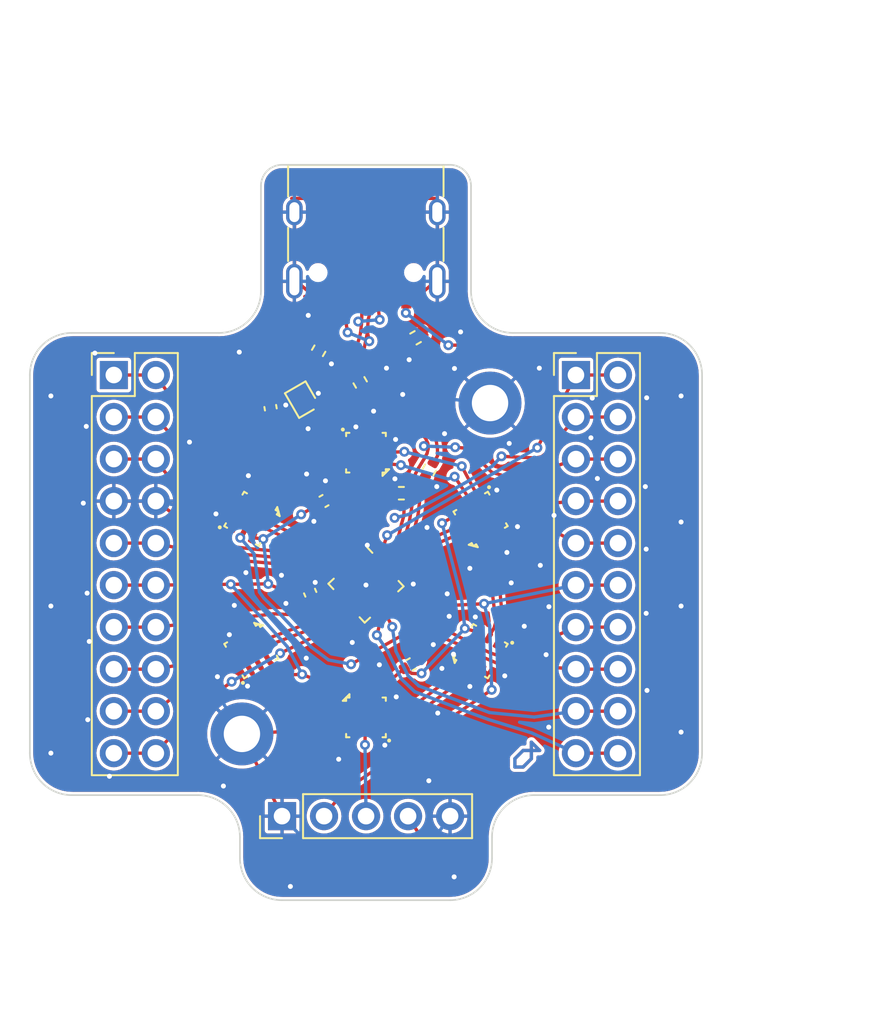
<source format=kicad_pcb>
(kicad_pcb (version 20211014) (generator pcbnew)
  (layers (0 "F.Cu" signal) (31 "B.Cu" signal) (34 "B.Paste" user) (35 "F.Paste" user) (36 "B.SilkS" user "B.Silkscreen") (37 "F.SilkS" user "F.Silkscreen") (38 "B.Mask" user) (39 "F.Mask" user) (44 "Edge.Cuts" user))
  (net 0 "")
  (net 1 "VCC")
  (net 2 "GND")
  (net 3 "PD7NRST")
  (net 4 "PA1")
  (net 5 "PA2")
  (net 6 "PD0")
  (net 7 "PC0")
  (net 8 "PC1")
  (net 9 "PC2")
  (net 10 "PC3")
  (net 11 "SWIO")
  (net 12 "PC4")
  (net 13 "PC5")
  (net 14 "PC6")
  (net 15 "PC7")
  (net 16 "PD2")
  (net 17 "PD6")
  (net 18 "Net-(D1-Pad4)")
  (net 19 "Net-(D1-Pad5)")
  (net 20 "Net-(D2-Pad4)")
  (net 21 "Net-(D2-Pad5)")
  (net 22 "Net-(D3-Pad4)")
  (net 23 "Net-(D3-Pad5)")
  (net 24 "Net-(D4-Pad4)")
  (net 25 "Net-(D4-Pad5)")
  (net 26 "Net-(D5-Pad4)")
  (net 27 "Net-(D5-Pad5)")
  (net 30 "D+")
  (net 31 "D-")
  (net 32 "DPU")
  (net 33 "Net-(J4-PadA7)")
  (net 34 "Net-(J4-PadA6)")
  (net 35 "Net-(J4-PadB5)")
  (net 36 "Net-(J4-PadA5)")
  (net 39 "+5V")
  (footprint "WS2816-2121:WS2816-2121" (layer "F.Cu") (at 93.071804 96.000012 60)
    (fp_text reference "D1" hide)
    (fp_text value "WS2816C-2121" hide)
  )
  (footprint "Resistor_SMD:R_0402_1005Metric" (layer "F.Cu") (at 103.825 93.038327 -120)
    (fp_text reference "R2")
    (fp_text value "NP" hide)
  )
  (footprint "MountingHole:MountingHole_2.2mm_M2_DIN965_Pad" (layer "F.Cu") (at 92.5 109)
    (fp_text reference "J6" hide)
    (fp_text value "HOLE" hide)
  )
  (footprint "Capacitor_SMD:C_0402_1005Metric" (layer "F.Cu") (at 97.46 94.92 30)
    (fp_text reference "C3" hide)
    (fp_text value "1u")
  )
  (footprint "Resistor_SMD:R_0402_1005Metric" (layer "F.Cu") (at 99.65 87.75 -60)
    (fp_text reference "R1" hide)
    (fp_text value "NP")
  )
  (footprint "Resistor_SMD:R_0402_1005Metric" (layer "F.Cu") (at 102.14 94.45 180)
    (fp_text reference "R5")
    (fp_text value "NP" hide)
  )
  (footprint "Connector_PinHeader_2.54mm:PinHeader_2x10_P2.54mm_Vertical" (layer "F.Cu") (at 84.755 87.305)
    (fp_text reference "J1" hide)
    (fp_text value "~")
  )
  (footprint "WS2816-2121:WS2816-2121" (layer "F.Cu") (at 100.000003 108.000006 180)
    (fp_text reference "D5" hide)
    (fp_text value "WS2816C-2121" hide)
  )
  (footprint "Connector_PinHeader_2.54mm:PinHeader_1x05_P2.54mm_Vertical" (layer "F.Cu") (at 94.925 113.97 90)
    (fp_text reference "J2" hide)
    (fp_text value "PGM" hide)
  )
  (footprint "Capacitor_SMD:C_0402_1005Metric" (layer "F.Cu") (at 94.23 89.28 -80)
    (fp_text reference "C4")
    (fp_text value "1u" hide)
  )
  (footprint "Package_DFN_QFN:QFN-20-1EP_3x3mm_P0.4mm_EP1.65x1.65mm" (layer "F.Cu") (at 100 100 -47)
    (fp_text reference "U1")
    (fp_text value "CH32V003F4U6" hide)
  )
  (footprint "Capacitor_SMD:C_0402_1005Metric" (layer "F.Cu") (at 96.627551 100.461842 113)
    (fp_text reference "C1" hide)
    (fp_text value "1u" hide)
  )
  (footprint "MountingHole:MountingHole_2.2mm_M2_DIN965_Pad" (layer "F.Cu") (at 107.5 89)
    (fp_text reference "J5" hide)
    (fp_text value "HOLE" hide)
  )
  (footprint "WS2816-2121:WS2816-2121" (layer "F.Cu") (at 100.000007 92.000012)
    (fp_text reference "D2" hide)
    (fp_text value "WS2816C-2121" hide)
  )
  (footprint "WS2816-2121:WS2816-2121" (layer "F.Cu") (at 106.928203 96 -60)
    (fp_text reference "D3" hide)
    (fp_text value "WS2816C-2121" hide)
  )
  (footprint "Capacitor_SMD:C_0402_1005Metric" (layer "F.Cu") (at 102.734308 104.79 30)
    (fp_text reference "C2")
    (fp_text value "1u" hide)
  )
  (footprint "Package_DFN_QFN:OnSemi_XDFN4-1EP_1.0x1.0mm_EP0.52x0.52mm" (layer "F.Cu") (at 96.152243 88.793013 -150)
    (fp_text reference "U2")
    (fp_text value "3.3vReg" hide)
  )
  (footprint "Resistor_SMD:R_0402_1005Metric" (layer "F.Cu") (at 97.14 85.84 -120)
    (fp_text reference "R3")
    (fp_text value "5.1k" hide)
  )
  (footprint "Connector_USB:USB_C_Receptacle_HRO_TYPE-C-31-M-12" (layer "F.Cu") (at 99.99 78.51 180)
    (fp_text reference "J4" hide)
    (fp_text value "USB_C_Receptacle_USB2.0" hide)
  )
  (footprint "Resistor_SMD:R_0402_1005Metric" (layer "F.Cu") (at 102.998327 85.055 30)
    (fp_text reference "R4")
    (fp_text value "5.1k" hide)
  )
  (footprint "Connector_PinHeader_2.54mm:PinHeader_2x10_P2.54mm_Vertical" (layer "F.Cu") (at 112.695 87.305)
    (fp_text reference "J3" hide)
    (fp_text value "~")
  )
  (footprint "WS2816-2121:WS2816-2121" (layer "F.Cu") (at 106.928202 103.999997 -120)
    (fp_text reference "D4" hide)
    (fp_text value "WS2816C-2121" hide)
  )
  (footprint "WS2816-2121:WS2816-2121" (layer "F.Cu") (at 93.071797 104 120)
    (fp_text reference "D6" hide)
    (fp_text value "WS2816C-2121" hide)
  )
  (gr_line (start 109 111) (end 109 110.5) (layer "F.Cu") (width 0.2))
  (gr_line (start 110 109.5) (end 110 110.5) (layer "F.Cu") (width 0.2))
  (gr_line (start 110.5 110) (end 110 109.5) (layer "F.Cu") (width 0.2))
  (gr_line (start 109 110.5) (end 109.5 110) (layer "F.Cu") (width 0.2))
  (gr_line (start 109.5 110) (end 110.5 110) (layer "F.Cu") (width 0.2))
  (gr_line (start 109.5 111) (end 109 111) (layer "F.Cu") (width 0.2))
  (gr_line (start 109.5 111) (end 110 110.5) (layer "F.Cu") (width 0.2))
  (gr_line (start 110 110.5) (end 109.5 111) (layer "B.Cu") (width 0.2))
  (gr_line (start 109 110.5) (end 109.5 110) (layer "B.Cu") (width 0.2))
  (gr_line (start 110.5 110) (end 110 109.5) (layer "B.Cu") (width 0.2))
  (gr_line (start 109 111) (end 109 110.5) (layer "B.Cu") (width 0.2))
  (gr_line (start 110 109.5) (end 110 110.5) (layer "B.Cu") (width 0.2))
  (gr_line (start 109.5 110) (end 110.5 110) (layer "B.Cu") (width 0.2))
  (gr_line (start 109.5 111) (end 109 111) (layer "B.Cu") (width 0.2))
  (gr_arc (start 117.78 84.76) (mid 119.576051 85.503949) (end 120.32 87.3) (layer "Edge.Cuts") (width 0.1))
  (gr_line (start 91.11 84.76) (end 82.22 84.76) (layer "Edge.Cuts") (width 0.1))
  (gr_arc (start 79.68 87.3) (mid 80.423949 85.503949) (end 82.22 84.76) (layer "Edge.Cuts") (width 0.1))
  (gr_line (start 105.08 74.6) (end 94.92 74.6) (layer "Edge.Cuts") (width 0.1))
  (gr_arc (start 105.08 74.6) (mid 105.978026 74.971974) (end 106.35 75.87) (layer "Edge.Cuts") (width 0.1))
  (gr_arc (start 108.89 84.76) (mid 107.093948 84.016051) (end 106.35 82.219999) (layer "Edge.Cuts") (width 0.1))
  (gr_line (start 92.38 115.24) (end 92.38 116.51) (layer "Edge.Cuts") (width 0.1))
  (gr_line (start 120.32 87.3) (end 120.32 110.16) (layer "Edge.Cuts") (width 0.1))
  (gr_arc (start 107.62 116.51) (mid 106.876051 118.306051) (end 105.08 119.05) (layer "Edge.Cuts") (width 0.1))
  (gr_arc (start 82.22 112.7) (mid 80.423949 111.956051) (end 79.68 110.16) (layer "Edge.Cuts") (width 0.1))
  (gr_line (start 89.84 112.7) (end 82.22 112.7) (layer "Edge.Cuts") (width 0.1))
  (gr_line (start 79.68 110.16) (end 79.68 87.3) (layer "Edge.Cuts") (width 0.1))
  (gr_line (start 106.35 82.219999) (end 106.35 75.87) (layer "Edge.Cuts") (width 0.1))
  (gr_arc (start 93.65 75.87) (mid 94.021974 74.971974) (end 94.92 74.6) (layer "Edge.Cuts") (width 0.1))
  (gr_line (start 117.78 84.76) (end 108.89 84.76) (layer "Edge.Cuts") (width 0.1))
  (gr_line (start 107.62 115.24) (end 107.62 116.51) (layer "Edge.Cuts") (width 0.1))
  (gr_line (start 105.08 119.05) (end 94.92 119.05) (layer "Edge.Cuts") (width 0.1))
  (gr_arc (start 93.650001 82.22) (mid 92.906052 84.016052) (end 91.11 84.76) (layer "Edge.Cuts") (width 0.1))
  (gr_arc (start 120.32 110.16) (mid 119.576051 111.956051) (end 117.78 112.7) (layer "Edge.Cuts") (width 0.1))
  (gr_arc (start 94.92 119.05) (mid 93.123949 118.306051) (end 92.38 116.51) (layer "Edge.Cuts") (width 0.1))
  (gr_line (start 93.65 75.87) (end 93.650001 82.22) (layer "Edge.Cuts") (width 0.1))
  (gr_arc (start 107.62 115.24) (mid 108.363949 113.443949) (end 110.16 112.7) (layer "Edge.Cuts") (width 0.1))
  (gr_line (start 110.16 112.7) (end 117.78 112.7) (layer "Edge.Cuts") (width 0.1))
  (gr_arc (start 89.84 112.7) (mid 91.636051 113.443949) (end 92.38 115.24) (layer "Edge.Cuts") (width 0.1))
  (segment (start 100.09 90.28) (end 100.14 90.75) (width 0.2) (layer "F.Cu") (net 1))
  (segment (start 99.97 90.09) (end 100.09 90.28) (width 0.2) (layer "F.Cu") (net 1))
  (segment (start 99.15 106.59) (end 100.15 107.23) (width 0.2) (layer "F.Cu") (net 1))
  (segment (start 95.55 105.42) (end 96.14 105.4) (width 0.2) (layer "F.Cu") (net 1))
  (segment (start 100.08 91.01) (end 100.03 91.8) (width 0.2) (layer "F.Cu") (net 1))
  (segment (start 96.82 93.73) (end 97.044308 95.16) (width 0.2) (layer "F.Cu") (net 1))
  (segment (start 100.94 106.23) (end 101.47 105.77) (width 0.2) (layer "F.Cu") (net 1))
  (segment (start 103.359286 105.339286) (end 103.31 105.37) (width 0.2) (layer "F.Cu") (net 1))
  (segment (start 97.2 100.75) (end 97.39 100.74) (width 0.2) (layer "F.Cu") (net 1))
  (segment (start 94.63 105) (end 95.55 105.42) (width 0.2) (layer "F.Cu") (net 1))
  (segment (start 95.74 100.67) (end 96.815102 100.903684) (width 0.2) (layer "F.Cu") (net 1))
  (segment (start 93.1449 97.133406) (end 93.79 97.22) (width 0.2) (layer "F.Cu") (net 1))
  (segment (start 105.977238 102.627238) (end 106.855106 102.866603) (width 0.2) (layer "F.Cu") (net 1))
  (segment (start 97.63 92.98) (end 97.05 93.29) (width 0.2) (layer "F.Cu") (net 1))
  (segment (start 96.082527 95.732527) (end 97.044308 95.16) (width 0.2) (layer "F.Cu") (net 1))
  (segment (start 94.089893 104.503394) (end 94.31 104.71) (width 0.2) (layer "F.Cu") (net 1))
  (segment (start 104.6 96.26) (end 105.910107 95.496606) (width 0.2) (layer "F.Cu") (net 1))
  (segment (start 99.92 92.5) (end 99.71 92.64) (width 0.2) (layer "F.Cu") (net 1))
  (segment (start 96.815102 100.903684) (end 97.2 100.75) (width 0.2) (layer "F.Cu") (net 1))
  (segment (start 94.09 99.93) (end 95.74 100.67) (width 0.2) (layer "F.Cu") (net 1))
  (segment (start 100.57 107.34) (end 100.945003 107.370006) (width 0.2) (layer "F.Cu") (net 1))
  (segment (start 96.676201 89.050535) (end 99.3 89.73) (width 0.2) (layer "F.Cu") (net 1))
  (segment (start 97.69 100.83) (end 97.89 100.83) (width 0.2) (layer "F.Cu") (net 1))
  (segment (start 91.528296 99.958296) (end 94.09 99.93) (width 0.2) (layer "F.Cu") (net 1))
  (segment (start 96.14 105.4) (end 99.15 106.59) (width 0.2) (layer "F.Cu") (net 1))
  (segment (start 97.05 93.29) (end 96.82 93.73) (width 0.2) (layer "F.Cu") (net 1))
  (segment (start 91.825018 99.955018) (end 91.528296 99.958296) (width 0.2) (layer "F.Cu") (net 1))
  (segment (start 100.14 90.75) (end 100.08 91.01) (width 0.2) (layer "F.Cu") (net 1))
  (segment (start 101.47 105.77) (end 102.318616 105.03) (width 0.2) (layer "F.Cu") (net 1))
  (segment (start 99.94 109.66) (end 99.96 108.42) (width 0.2) (layer "F.Cu") (net 1))
  (segment (start 100.03 91.8) (end 99.92 92.5) (width 0.2) (layer "F.Cu") (net 1))
  (segment (start 87.3 100.005) (end 91.528296 99.958296) (width 0.2) (layer "F.Cu") (net 1))
  (segment (start 102.76 105.34) (end 102.318616 105.03) (width 0.2) (layer "F.Cu") (net 1))
  (segment (start 99.055007 92.630012) (end 97.63 92.98) (width 0.2) (layer "F.Cu") (net 1))
  (segment (start 100.387736 107.292264) (end 100.94 106.23) (width 0.2) (layer "F.Cu") (net 1))
  (segment (start 94.31 104.71) (end 94.63 105) (width 0.2) (layer "F.Cu") (net 1))
  (segment (start 99.71 92.64) (end 99.055007 92.630012) (width 0.2) (layer "F.Cu") (net 1))
  (segment (start 100.316415 107.273585) (end 100.387736 107.292264) (width 0.2) (layer "F.Cu") (net 1))
  (segment (start 100.15 107.23) (end 100.316415 107.273585) (width 0.2) (layer "F.Cu") (net 1))
  (segment (start 103.31 105.37) (end 102.76 105.34) (width 0.2) (layer "F.Cu") (net 1))
  (segment (start 97.54 100.82) (end 97.69 100.83) (width 0.2) (layer "F.Cu") (net 1))
  (segment (start 100.387736 107.292264) (end 100.57 107.34) (width 0.2) (layer "F.Cu") (net 1))
  (segment (start 84.755 100.005) (end 87.295 100.005) (width 0.2) (layer "F.Cu") (net 1))
  (segment (start 97.89 100.83) (end 98.393938 100.403815) (width 0.2) (layer "F.Cu") (net 1))
  (segment (start 99.3 89.73) (end 99.97 90.09) (width 0.2) (layer "F.Cu") (net 1))
  (segment (start 100.2 107.6) (end 100.316415 107.273585) (width 0.2) (layer "F.Cu") (net 1))
  (segment (start 97.39 100.74) (end 97.54 100.82) (width 0.2) (layer "F.Cu") (net 1))
  (segment (start 99.96 108.42) (end 100.2 107.6) (width 0.2) (layer "F.Cu") (net 1))
  (via (at 103.359286 105.339286) (size 0.6) (drill 0.3) (layers "F.Cu" "B.Cu") (net 1))
  (via (at 96.082527 95.732527) (size 0.6) (drill 0.3) (layers "F.Cu" "B.Cu") (net 1))
  (via (at 104.6 96.26) (size 0.6) (drill 0.3) (layers "F.Cu" "B.Cu") (net 1))
  (via (at 99.94 109.66) (size 0.6) (drill 0.3) (layers "F.Cu" "B.Cu") (net 1))
  (via (at 94.09 99.93) (size 0.6) (drill 0.3) (layers "F.Cu" "B.Cu") (net 1))
  (via (at 105.977238 102.627238) (size 0.6) (drill 0.3) (layers "F.Cu" "B.Cu") (net 1))
  (via (at 96.14 105.4) (size 0.6) (drill 0.3) (layers "F.Cu" "B.Cu") (net 1))
  (via (at 91.825018 99.955018) (size 0.6) (drill 0.3) (layers "F.Cu" "B.Cu") (net 1))
  (via (at 93.79 97.22) (size 0.6) (drill 0.3) (layers "F.Cu" "B.Cu") (net 1))
  (segment (start 93.79 97.22) (end 94.09 99.93) (width 0.2) (layer "B.Cu") (net 1))
  (segment (start 93.79 97.22) (end 96.082527 95.732527) (width 0.2) (layer "B.Cu") (net 1))
  (segment (start 93.84 102.15) (end 95.23 103.71) (width 0.2) (layer "B.Cu") (net 1))
  (segment (start 105.78 100.81) (end 104.6 96.26) (width 0.2) (layer "B.Cu") (net 1))
  (segment (start 91.825018 99.955018) (end 93.84 102.15) (width 0.2) (layer "B.Cu") (net 1))
  (segment (start 103.359286 105.339286) (end 105.977238 102.627238) (width 0.2) (layer "B.Cu") (net 1))
  (segment (start 100.005 113.97) (end 99.94 109.66) (width 0.2) (layer "B.Cu") (net 1))
  (segment (start 95.23 103.71) (end 96.14 105.4) (width 0.2) (layer "B.Cu") (net 1))
  (segment (start 105.977238 102.627238) (end 105.78 100.81) (width 0.2) (layer "B.Cu") (net 1))
  (segment (start 89.77 96.74) (end 87.3 94.925) (width 0.2) (layer "F.Cu") (net 2))
  (segment (start 103.25 83.69) (end 103.44 84.8) (width 0.2) (layer "F.Cu") (net 2))
  (segment (start 99.055003 108.630006) (end 92.5 109) (width 0.2) (layer "F.Cu") (net 2))
  (segment (start 92.22 98.11) (end 91.35 97.95) (width 0.2) (layer "F.Cu") (net 2))
  (segment (start 98.718561 99.212336) (end 99.11 99.61) (width 0.2) (layer "F.Cu") (net 2))
  (segment (start 103.15 104.55) (end 104.07 103.6) (width 0.2) (layer "F.Cu") (net 2))
  (segment (start 99.11 99.61) (end 100 100) (width 0.2) (layer "F.Cu") (net 2))
  (segment (start 97.55 93.7) (end 97.875692 94.68) (width 0.2) (layer "F.Cu") (net 2))
  (segment (start 107.001298 105.133391) (end 106.28 106.13) (width 0.2) (layer "F.Cu") (net 2))
  (segment (start 95.68 81.54) (end 96.75 82.455) (width 0.2) (layer "F.Cu") (net 2))
  (segment (start 98.718561 99.212336) (end 98.36 98.83) (width 0.2) (layer "F.Cu") (net 2))
  (segment (start 102.61 86.38) (end 103.4 86.07) (width 0.2) (layer "F.Cu") (net 2))
  (segment (start 92.89 93.39) (end 92.998708 94.866618) (width 0.2) (layer "F.Cu") (net 2))
  (segment (start 84.755 94.925) (end 87.295 94.925) (width 0.2) (layer "F.Cu") (net 2))
  (segment (start 96.5 90.55) (end 96.02 89.47) (width 0.2) (layer "F.Cu") (net 2))
  (segment (start 95.77 98.44) (end 92.22 98.11) (width 0.2) (layer "F.Cu") (net 2))
  (segment (start 98.13 98.68) (end 97.83 98.62) (width 0.2) (layer "F.Cu") (net 2))
  (segment (start 94.313351 89.752708) (end 96.113285 89.375535) (width 0.2) (layer "F.Cu") (net 2))
  (segment (start 90.66 97.57) (end 89.77 96.74) (width 0.2) (layer "F.Cu") (net 2))
  (segment (start 92.053701 103.496606) (end 91.74 103) (width 0.2) (layer "F.Cu") (net 2))
  (segment (start 90.93 95.7) (end 92.053708 96.503406) (width 0.2) (layer "F.Cu") (net 2))
  (segment (start 103.25 82.455) (end 103.25 83.69) (width 0.2) (layer "F.Cu") (net 2))
  (segment (start 91.35 97.95) (end 90.66 97.57) (width 0.2) (layer "F.Cu") (net 2))
  (segment (start 96.113285 89.375535) (end 96.152243 88.793013) (width 0.2) (layer "F.Cu") (net 2))
  (segment (start 104.15 76.63) (end 95.51 76.63) (width 0.2) (layer "F.Cu") (net 2))
  (segment (start 94.925 113.97) (end 92.5 109) (width 0.2) (layer "F.Cu") (net 2))
  (segment (start 97.83 98.62) (end 95.77 98.44) (width 0.2) (layer "F.Cu") (net 2))
  (segment (start 108.37 97.2) (end 108.52 98.03) (width 0.2) (layer "F.Cu") (net 2))
  (segment (start 105.29 104.18) (end 104.07 103.6) (width 0.2) (layer "F.Cu") (net 2))
  (segment (start 106.28 98.99) (end 102.86 99.94) (width 0.2) (layer "F.Cu") (net 2))
  (segment (start 95.68 77.36) (end 95.68 81.54) (width 0.2) (layer "F.Cu") (net 2))
  (segment (start 104.32 81.54) (end 104.32 77.36) (width 0.2) (layer "F.Cu") (net 2))
  (segment (start 103.4 86.07) (end 103.44 84.8) (width 0.2) (layer "F.Cu") (net 2))
  (segment (start 96.02 89.47) (end 96.113285 89.375535) (width 0.2) (layer "F.Cu") (net 2))
  (segment (start 100.945007 91.370012) (end 101.79 91.2) (width 0.2) (layer "F.Cu") (net 2))
  (segment (start 98.36 98.83) (end 98.13 98.68) (width 0.2) (layer "F.Cu") (net 2))
  (segment (start 107.946299 96.503394) (end 108.37 97.2) (width 0.2) (layer "F.Cu") (net 2))
  (segment (start 103.25 82.455) (end 104.32 81.54) (width 0.2) (layer "F.Cu") (net 2))
  (segment (start 96.44 100.02) (end 96.93 99.84) (width 0.2) (layer "F.Cu") (net 2))
  (via (at 95.16 101.11) (size 0.6) (drill 0.3) (layers "F.Cu" "B.Cu") (net 2))
  (via (at 100.08 97.59) (size 0.6) (drill 0.3) (layers "F.Cu" "B.Cu") (net 2))
  (via (at 89.33 91.36) (size 0.6) (drill 0.3) (layers "F.Cu" "B.Cu") (net 2))
  (via (at 106.28 98.99) (size 0.6) (drill 0.3) (layers "F.Cu" "B.Cu") (net 2))
  (via (at 104.75 90.85) (size 0.6) (drill 0.3) (layers "F.Cu" "B.Cu") (net 2))
  (via (at 105.33 117.64) (size 0.6) (drill 0.3) (layers "F.Cu" "B.Cu") (net 2))
  (via (at 110.54 98.81) (size 0.6) (drill 0.3) (layers "F.Cu" "B.Cu") (net 2))
  (via (at 116.94 97.83) (size 0.6) (drill 0.3) (layers "F.Cu" "B.Cu") (net 2))
  (via (at 101.14 109.68) (size 0.6) (drill 0.3) (layers "F.Cu" "B.Cu") (net 2))
  (via (at 99.39 90.44) (size 0.6) (drill 0.3) (layers "F.Cu" "B.Cu") (net 2))
  (via (at 92.34 85.92) (size 0.6) (drill 0.3) (layers "F.Cu" "B.Cu") (net 2))
  (via (at 101.75 93.58) (size 0.6) (drill 0.3) (layers "F.Cu" "B.Cu") (net 2))
  (via (at 80.95 88.57) (size 0.6) (drill 0.3) (layers "F.Cu" "B.Cu") (net 2))
  (via (at 116.97 88.68) (size 0.6) (drill 0.3) (layers "F.Cu" "B.Cu") (net 2))
  (via (at 96.51 83.7) (size 0.6) (drill 0.3) (layers "F.Cu" "B.Cu") (net 2))
  (via (at 119.05 101.27) (size 0.6) (drill 0.3) (layers "F.Cu" "B.Cu") (net 2))
  (via (at 101.24 86.89) (size 0.6) (drill 0.3) (layers "F.Cu" "B.Cu") (net 2))
  (via (at 101.83 106.76) (size 0.6) (drill 0.3) (layers "F.Cu" "B.Cu") (net 2))
  (via (at 95.15 89.12) (size 0.6) (drill 0.3) (layers "F.Cu" "B.Cu") (net 2))
  (via (at 116.94 101.71) (size 0.6) (drill 0.3) (layers "F.Cu" "B.Cu") (net 2))
  (via (at 90.93 95.7) (size 0.6) (drill 0.3) (layers "F.Cu" "B.Cu") (net 2))
  (via (at 111.05 108.59) (size 0.6) (drill 0.3) (layers "F.Cu" "B.Cu") (net 2))
  (via (at 111.37 95.79) (size 0.6) (drill 0.3) (layers "F.Cu" "B.Cu") (net 2))
  (via (at 119.05 96.19) (size 0.6) (drill 0.3) (layers "F.Cu" "B.Cu") (net 2))
  (via (at 83.27 103.41) (size 0.6) (drill 0.3) (layers "F.Cu" "B.Cu") (net 2))
  (via (at 119.05 88.57) (size 0.6) (drill 0.3) (layers "F.Cu" "B.Cu") (net 2))
  (via (at 113.68 88.7) (size 0.6) (drill 0.3) (layers "F.Cu" "B.Cu") (net 2))
  (via (at 91.018784 105.541216) (size 0.6) (drill 0.3) (layers "F.Cu" "B.Cu") (net 2))
  (via (at 116.89 94.05) (size 0.6) (drill 0.3) (layers "F.Cu" "B.Cu") (net 2))
  (via (at 92.04 101.23) (size 0.6) (drill 0.3) (layers "F.Cu" "B.Cu") (net 2))
  (via (at 104.91 100.53) (size 0.6) (drill 0.3) (layers "F.Cu" "B.Cu") (net 2))
  (via (at 109.16 96.47) (size 0.6) (drill 0.3) (layers "F.Cu" "B.Cu") (net 2))
  (via (at 116.99 106.37) (size 0.6) (drill 0.3) (layers "F.Cu" "B.Cu") (net 2))
  (via (at 83.09 90.41) (size 0.6) (drill 0.3) (layers "F.Cu" "B.Cu") (net 2))
  (via (at 102.86 99.94) (size 0.6) (drill 0.3) (layers "F.Cu" "B.Cu") (net 2))
  (via (at 119.05 108.89) (size 0.6) (drill 0.3) (layers "F.Cu" "B.Cu") (net 2))
  (via (at 96.85 96.15) (size 0.6) (drill 0.3) (layers "F.Cu" "B.Cu") (net 2))
  (via (at 101.79 91.2) (size 0.6) (drill 0.3) (layers "F.Cu" "B.Cu") (net 2))
  (via (at 82.91 95.05) (size 0.6) (drill 0.3) (layers "F.Cu" "B.Cu") (net 2))
  (via (at 113.99 93.56) (size 0.6) (drill 0.3) (layers "F.Cu" "B.Cu") (net 2))
  (via (at 96.41 93.29) (size 0.6) (drill 0.3) (layers "F.Cu" "B.Cu") (net 2))
  (via (at 96.39 104.42) (size 0.6) (drill 0.3) (layers "F.Cu" "B.Cu") (net 2))
  (via (at 98.35 110.53) (size 0.6) (drill 0.3) (layers "F.Cu" "B.Cu") (net 2))
  (via (at 111.06 101.31) (size 0.6) (drill 0.3) (layers "F.Cu" "B.Cu") (net 2))
  (via (at 104.07 103.6) (size 0.6) (drill 0.3) (layers "F.Cu" "B.Cu") (net 2))
  (via (at 103.69 96.52) (size 0.6) (drill 0.3) (layers "F.Cu" "B.Cu") (net 2))
  (via (at 105.03 101.89) (size 0.6) (drill 0.3) (layers "F.Cu" "B.Cu") (net 2))
  (via (at 80.95 110.16) (size 0.6) (drill 0.3) (layers "F.Cu" "B.Cu") (net 2))
  (via (at 105.35 86.91) (size 0.6) (drill 0.3) (layers "F.Cu" "B.Cu") (net 2))
  (via (at 104.34 107.74) (size 0.6) (drill 0.3) (layers "F.Cu" "B.Cu") (net 2))
  (via (at 103.8 111.83) (size 0.6) (drill 0.3) (layers "F.Cu" "B.Cu") (net 2))
  (via (at 110.48 86.89) (size 0.6) (drill 0.3) (layers "F.Cu" "B.Cu") (net 2))
  (via (at 83.18 108.14) (size 0.6) (drill 0.3) (layers "F.Cu" "B.Cu") (net 2))
  (via (at 113.6 91.1) (size 0.6) (drill 0.3) (layers "F.Cu" "B.Cu") (net 2))
  (via (at 102.61 86.38) (size 0.6) (drill 0.3) (layers "F.Cu" "B.Cu") (net 2))
  (via (at 83.61 85.98) (size 0.6) (drill 0.3) (layers "F.Cu" "B.Cu") (net 2))
  (via (at 105.29 104.18) (size 0.6) (drill 0.3) (layers "F.Cu" "B.Cu") (net 2))
  (via (at 104.28 94.05) (size 0.6) (drill 0.3) (layers "F.Cu" "B.Cu") (net 2))
  (via (at 96.5 90.55) (size 0.6) (drill 0.3) (layers "F.Cu" "B.Cu") (net 2))
  (via (at 95.43 118.22) (size 0.6) (drill 0.3) (layers "F.Cu" "B.Cu") (net 2))
  (via (at 110.89 104.21) (size 0.6) (drill 0.3) (layers "F.Cu" "B.Cu") (net 2))
  (via (at 108.52 98.03) (size 0.6) (drill 0.3) (layers "F.Cu" "B.Cu") (net 2))
  (via (at 108.78 99.87) (size 0.6) (drill 0.3) (layers "F.Cu" "B.Cu") (net 2))
  (via (at 106.28 106.13) (size 0.6) (drill 0.3) (layers "F.Cu" "B.Cu") (net 2))
  (via (at 108.66 91.44) (size 0.6) (drill 0.3) (layers "F.Cu" "B.Cu") (net 2))
  (via (at 102.22 88.48) (size 0.6) (drill 0.3) (layers "F.Cu" "B.Cu") (net 2))
  (via (at 92.84 106.11) (size 0.6) (drill 0.3) (layers "F.Cu" "B.Cu") (net 2))
  (via (at 100 100) (size 0.6) (drill 0.3) (layers "F.Cu" "B.Cu") (net 2))
  (via (at 94.89 99.41) (size 0.6) (drill 0.3) (layers "F.Cu" "B.Cu") (net 2))
  (via (at 107.91 94.26) (size 0.6) (drill 0.3) (layers "F.Cu" "B.Cu") (net 2))
  (via (at 83.14 100.49) (size 0.6) (drill 0.3) (layers "F.Cu" "B.Cu") (net 2))
  (via (at 84.49 111.56) (size 0.6) (drill 0.3) (layers "F.Cu" "B.Cu") (net 2))
  (via (at 109.57 102.49) (size 0.6) (drill 0.3) (layers "F.Cu" "B.Cu") (net 2))
  (via (at 97.55 93.7) (size 0.6) (drill 0.3) (layers "F.Cu" "B.Cu") (net 2))
  (via (at 99.17 103.47) (size 0.6) (drill 0.3) (layers "F.Cu" "B.Cu") (net 2))
  (via (at 108.39 105.49) (size 0.6) (drill 0.3) (layers "F.Cu" "B.Cu") (net 2))
  (via (at 100.46 89.49) (size 0.6) (drill 0.3) (layers "F.Cu" "B.Cu") (net 2))
  (via (at 91.38 112.15) (size 0.6) (drill 0.3) (layers "F.Cu" "B.Cu") (net 2))
  (via (at 97.91 86.63) (size 0.6) (drill 0.3) (layers "F.Cu" "B.Cu") (net 2))
  (via (at 92.89 93.39) (size 0.6) (drill 0.3) (layers "F.Cu" "B.Cu") (net 2))
  (via (at 96.93 99.84) (size 0.6) (drill 0.3) (layers "F.Cu" "B.Cu") (net 2))
  (via (at 106.61 101.93) (size 0.6) (drill 0.3) (layers "F.Cu" "B.Cu") (net 2))
  (via (at 91.74 103) (size 0.6) (drill 0.3) (layers "F.Cu" "B.Cu") (net 2))
  (via (at 105.72 84.7) (size 0.6) (drill 0.3) (layers "F.Cu" "B.Cu") (net 2))
  (via (at 92.74 99.25) (size 0.6) (drill 0.3) (layers "F.Cu" "B.Cu") (net 2))
  (via (at 80.95 101.27) (size 0.6) (drill 0.3) (layers "F.Cu" "B.Cu") (net 2))
  (via (at 97.12 88.41) (size 0.6) (drill 0.3) (layers "F.Cu" "B.Cu") (net 2))
  (via (at 100.81 104.82) (size 0.6) (drill 0.3) (layers "F.Cu" "B.Cu") (net 2))
  (via (at 104.59 105.04) (size 0.6) (drill 0.3) (layers "F.Cu" "B.Cu") (net 2))
  (segment (start 94.61 91.96) (end 97.19 91.01) (width 0.2) (layer "B.Cu") (net 2))
  (segment (start 108.52 98.03) (end 106.28 98.99) (width 0.2) (layer "B.Cu") (net 2))
  (segment (start 90.31 97.49) (end 90.93 95.7) (width 0.2) (layer "B.Cu") (net 2))
  (segment (start 96.93 99.84) (end 100 100) (width 0.2) (layer "B.Cu") (net 2))
  (segment (start 91.27 106.98) (end 92.5 109) (width 0.2) (layer "B.Cu") (net 2))
  (segment (start 101.59 100.79) (end 100 100) (width 0.2) (layer "B.Cu") (net 2))
  (segment (start 102.86 99.94) (end 100 100) (width 0.2) (layer "B.Cu") (net 2))
  (segment (start 96.68 115.82) (end 94.925 113.97) (width 0.2) (layer "B.Cu") (net 2))
  (segment (start 87.3 94.925) (end 90.93 95.7) (width 0.2) (layer "B.Cu") (net 2))
  (segment (start 103.25 101.16) (end 101.59 100.79) (width 0.2) (layer "B.Cu") (net 2))
  (segment (start 102.22 88.48) (end 102.61 86.38) (width 0.2) (layer "B.Cu") (net 2))
  (segment (start 100 100) (end 99.17 103.47) (width 0.2) (layer "B.Cu") (net 2))
  (segment (start 91.74 103) (end 90.83 104.46) (width 0.2) (layer "B.Cu") (net 2))
  (segment (start 105.085 113.97) (end 103.94 115.59) (width 0.2) (layer "B.Cu") (net 2))
  (segment (start 98.45 91.37) (end 98.86 92.61) (width 0.2) (layer "B.Cu") (net 2))
  (segment (start 104.07 103.6) (end 103.96 103.07) (width 0.2) (layer "B.Cu") (net 2))
  (segment (start 90.93 95.7) (end 92.89 93.39) (width 0.2) (layer "B.Cu") (net 2))
  (segment (start 106.28 106.13) (end 105.29 104.18) (width 0.2) (layer "B.Cu") (net 2))
  (segment (start 91.2 100.69) (end 90.31 97.49) (width 0.2) (layer "B.Cu") (net 2))
  (segment (start 101.79 91.2) (end 100.77 90.91) (width 0.2) (layer "B.Cu") (net 2))
  (segment (start 91.74 103) (end 91.2 100.69) (width 0.2) (layer "B.Cu") (net 2))
  (segment (start 100.5 90.29) (end 102.22 88.48) (width 0.2) (layer "B.Cu") (net 2))
  (segment (start 100.77 90.91) (end 100.5 90.29) (width 0.2) (layer "B.Cu") (net 2))
  (segment (start 103.96 103.07) (end 103.98 102.31) (width 0.2) (layer "B.Cu") (net 2))
  (segment (start 103.94 115.59) (end 96.68 115.82) (width 0.2) (layer "B.Cu") (net 2))
  (segment (start 97.19 91.01) (end 98.45 91.37) (width 0.2) (layer "B.Cu") (net 2))
  (segment (start 107.5 89) (end 102.22 88.48) (width 0.2) (layer "B.Cu") (net 2))
  (segment (start 98.86 92.61) (end 97.55 93.7) (width 0.2) (layer "B.Cu") (net 2))
  (segment (start 90.83 104.46) (end 91.018784 105.541216) (width 0.2) (layer "B.Cu") (net 2))
  (segment (start 92.89 93.39) (end 94.61 91.96) (width 0.2) (layer "B.Cu") (net 2))
  (segment (start 101.79 91.2) (end 98.86 92.61) (width 0.2) (layer "B.Cu") (net 2))
  (segment (start 91.018784 105.541216) (end 91.27 106.98) (width 0.2) (layer "B.Cu") (net 2))
  (segment (start 103.98 102.31) (end 103.25 101.16) (width 0.2) (layer "B.Cu") (net 2))
  (segment (start 95.49 96.85) (end 93.83 96.08) (width 0.2) (layer "F.Cu") (net 3))
  (segment (start 91.68 94.6) (end 90.83 92.57) (width 0.2) (layer "F.Cu") (net 3))
  (segment (start 87.295 87.305) (end 84.755 87.305) (width 0.2) (layer "F.Cu") (net 3))
  (segment (start 90.83 92.57) (end 87.3 87.305) (width 0.2) (layer "F.Cu") (net 3))
  (segment (start 99.596185 98.393938) (end 98.97 97.8) (width 0.2) (layer "F.Cu") (net 3))
  (segment (start 93.83 96.08) (end 92.22 95.17) (width 0.2) (layer "F.Cu") (net 3))
  (segment (start 97.57 97.38) (end 95.49 96.85) (width 0.2) (layer "F.Cu") (net 3))
  (segment (start 98.32 97.49) (end 97.57 97.38) (width 0.2) (layer "F.Cu") (net 3))
  (segment (start 98.97 97.8) (end 98.32 97.49) (width 0.2) (layer "F.Cu") (net 3))
  (segment (start 92.22 95.17) (end 91.68 94.6) (width 0.2) (layer "F.Cu") (net 3))
  (segment (start 96.12 97.44) (end 97.57 97.8) (width 0.2) (layer "F.Cu") (net 4))
  (segment (start 98.02 97.86) (end 98.46 97.96) (width 0.2) (layer "F.Cu") (net 4))
  (segment (start 98.8 98.15) (end 99.303644 98.666738) (width 0.2) (layer "F.Cu") (net 4))
  (segment (start 84.755 89.845) (end 87.295 89.845) (width 0.2) (layer "F.Cu") (net 4))
  (segment (start 91.79 95.44) (end 92.36 95.81) (width 0.2) (layer "F.Cu") (net 4))
  (segment (start 93.04 96.16) (end 95.15 97.15) (width 0.2) (layer "F.Cu") (net 4))
  (segment (start 98.46 97.96) (end 98.8 98.15) (width 0.2) (layer "F.Cu") (net 4))
  (segment (start 92.36 95.81) (end 93.04 96.16) (width 0.2) (layer "F.Cu") (net 4))
  (segment (start 90.05 93.12) (end 91.34 94.89) (width 0.2) (layer "F.Cu") (net 4))
  (segment (start 87.3 89.845) (end 90.05 93.12) (width 0.2) (layer "F.Cu") (net 4))
  (segment (start 91.34 94.89) (end 91.79 95.44) (width 0.2) (layer "F.Cu") (net 4))
  (segment (start 95.15 97.15) (end 96.12 97.44) (width 0.2) (layer "F.Cu") (net 4))
  (segment (start 97.57 97.8) (end 98.02 97.86) (width 0.2) (layer "F.Cu") (net 4))
  (segment (start 98.63 98.5) (end 98.41 98.36) (width 0.2) (layer "F.Cu") (net 5))
  (segment (start 90.25 96.57) (end 87.3 92.385) (width 0.2) (layer "F.Cu") (net 5))
  (segment (start 87.295 92.385) (end 84.755 92.385) (width 0.2) (layer "F.Cu") (net 5))
  (segment (start 93.01 97.81) (end 92.05 97.69) (width 0.2) (layer "F.Cu") (net 5))
  (segment (start 98.02 98.25) (end 93.01 97.81) (width 0.2) (layer "F.Cu") (net 5))
  (segment (start 99.011102 98.939537) (end 98.63 98.5) (width 0.2) (layer "F.Cu") (net 5))
  (segment (start 92.05 97.69) (end 91.11 97.37) (width 0.2) (layer "F.Cu") (net 5))
  (segment (start 91.11 97.37) (end 90.25 96.57) (width 0.2) (layer "F.Cu") (net 5))
  (segment (start 98.41 98.36) (end 98.02 98.25) (width 0.2) (layer "F.Cu") (net 5))
  (segment (start 94.23 98.68) (end 96.41 98.87) (width 0.2) (layer "F.Cu") (net 6))
  (segment (start 87.3 97.465) (end 91.11 98.34) (width 0.2) (layer "F.Cu") (net 6))
  (segment (start 91.11 98.34) (end 92.21 98.5) (width 0.2) (layer "F.Cu") (net 6))
  (segment (start 97.96 99.06) (end 98.13 99.16) (width 0.2) (layer "F.Cu") (net 6))
  (segment (start 87.295 97.465) (end 84.755 97.465) (width 0.2) (layer "F.Cu") (net 6))
  (segment (start 98.13 99.16) (end 98.426019 99.485136) (width 0.2) (layer "F.Cu") (net 6))
  (segment (start 97.5 98.97) (end 97.96 99.06) (width 0.2) (layer "F.Cu") (net 6))
  (segment (start 92.21 98.5) (end 94.23 98.68) (width 0.2) (layer "F.Cu") (net 6))
  (segment (start 96.41 98.87) (end 97.5 98.97) (width 0.2) (layer "F.Cu") (net 6))
  (segment (start 98.666738 100.696356) (end 98.13 101.16) (width 0.2) (layer "F.Cu") (net 7))
  (segment (start 96.39 101.83) (end 94.44 101.74) (width 0.2) (layer "F.Cu") (net 7))
  (segment (start 97.56 101.52) (end 96.39 101.83) (width 0.2) (layer "F.Cu") (net 7))
  (segment (start 98.13 101.16) (end 97.56 101.52) (width 0.2) (layer "F.Cu") (net 7))
  (segment (start 94.44 101.74) (end 87.3 102.545) (width 0.2) (layer "F.Cu") (net 7))
  (segment (start 87.295 102.545) (end 84.755 102.545) (width 0.2) (layer "F.Cu") (net 7))
  (segment (start 98.44 101.45) (end 98.939537 100.988898) (width 0.2) (layer "F.Cu") (net 8))
  (segment (start 93.42 103.48) (end 96.05 102.48) (width 0.2) (layer "F.Cu") (net 8))
  (segment (start 87.3 105.085) (end 91.53 104.3) (width 0.2) (layer "F.Cu") (net 8))
  (segment (start 96.05 102.48) (end 96.78 102.13) (width 0.2) (layer "F.Cu") (net 8))
  (segment (start 96.78 102.13) (end 97.85 101.81) (width 0.2) (layer "F.Cu") (net 8))
  (segment (start 91.53 104.3) (end 92.25 104.15) (width 0.2) (layer "F.Cu") (net 8))
  (segment (start 92.25 104.15) (end 93.42 103.48) (width 0.2) (layer "F.Cu") (net 8))
  (segment (start 84.755 105.085) (end 87.295 105.085) (width 0.2) (layer "F.Cu") (net 8))
  (segment (start 97.85 101.81) (end 98.44 101.45) (width 0.2) (layer "F.Cu") (net 8))
  (segment (start 90.89 104.83) (end 90.25 105.19) (width 0.2) (layer "F.Cu") (net 9))
  (segment (start 96.79 102.62) (end 94.46 103.51) (width 0.2) (layer "F.Cu") (net 9))
  (segment (start 92.38 104.5) (end 91.83 104.63) (width 0.2) (layer "F.Cu") (net 9))
  (segment (start 90.25 105.19) (end 87.3 107.625) (width 0.2) (layer "F.Cu") (net 9))
  (segment (start 93.68 103.81) (end 92.38 104.5) (width 0.2) (layer "F.Cu") (net 9))
  (segment (start 91.83 104.63) (end 90.89 104.83) (width 0.2) (layer "F.Cu") (net 9))
  (segment (start 94.46 103.51) (end 93.68 103.81) (width 0.2) (layer "F.Cu") (net 9))
  (segment (start 98.51 101.95) (end 97.85 102.26) (width 0.2) (layer "F.Cu") (net 9))
  (segment (start 97.85 102.26) (end 96.79 102.62) (width 0.2) (layer "F.Cu") (net 9))
  (segment (start 99.212336 101.281439) (end 98.51 101.95) (width 0.2) (layer "F.Cu") (net 9))
  (segment (start 87.295 107.625) (end 84.755 107.625) (width 0.2) (layer "F.Cu") (net 9))
  (segment (start 89.61 107.56) (end 91.88 105.84) (width 0.2) (layer "F.Cu") (net 10))
  (segment (start 98.8 102.26) (end 99.485136 101.573981) (width 0.2) (layer "F.Cu") (net 10))
  (segment (start 98.24 102.58) (end 98.8 102.26) (width 0.2) (layer "F.Cu") (net 10))
  (segment (start 94.808155 104.128155) (end 96.74 103.19) (width 0.2) (layer "F.Cu") (net 10))
  (segment (start 96.74 103.19) (end 97.45 102.85) (width 0.2) (layer "F.Cu") (net 10))
  (segment (start 97.45 102.85) (end 98.24 102.58) (width 0.2) (layer "F.Cu") (net 10))
  (segment (start 84.755 110.165) (end 87.295 110.165) (width 0.2) (layer "F.Cu") (net 10))
  (segment (start 87.3 110.165) (end 89.61 107.56) (width 0.2) (layer "F.Cu") (net 10))
  (via (at 91.88 105.84) (size 0.6) (drill 0.3) (layers "F.Cu" "B.Cu") (net 10))
  (via (at 94.808155 104.128155) (size 0.6) (drill 0.3) (layers "F.Cu" "B.Cu") (net 10))
  (segment (start 91.88 105.84) (end 94.808155 104.128155) (width 0.2) (layer "B.Cu") (net 10))
  (segment (start 107.6 106.33) (end 98.68 112.44) (width 0.2) (layer "F.Cu") (net 11))
  (segment (start 98.68 112.44) (end 97.465 113.97) (width 0.2) (layer "F.Cu") (net 11))
  (segment (start 102.32 101.12) (end 102.04 101.01) (width 0.2) (layer "F.Cu") (net 11))
  (segment (start 102.04 101.01) (end 101.573981 100.514864) (width 0.2) (layer "F.Cu") (net 11))
  (segment (start 107.14 101.13) (end 103.12 101.33) (width 0.2) (layer "F.Cu") (net 11))
  (segment (start 115.235 100.005) (end 112.695 100.005) (width 0.2) (layer "F.Cu") (net 11))
  (segment (start 103.12 101.33) (end 102.32 101.12) (width 0.2) (layer "F.Cu") (net 11))
  (via (at 107.6 106.33) (size 0.6) (drill 0.3) (layers "F.Cu" "B.Cu") (net 11))
  (via (at 107.14 101.13) (size 0.6) (drill 0.3) (layers "F.Cu" "B.Cu") (net 11))
  (segment (start 107.48 102.47) (end 107.14 101.13) (width 0.2) (layer "B.Cu") (net 11))
  (segment (start 107.14 101.13) (end 112.7 99.995) (width 0.2) (layer "B.Cu") (net 11))
  (segment (start 107.6 106.33) (end 107.48 102.47) (width 0.2) (layer "B.Cu") (net 11))
  (segment (start 100.403815 101.606062) (end 100.77 101.95) (width 0.2) (layer "F.Cu") (net 12))
  (segment (start 100.77 101.95) (end 100.86 102.24) (width 0.2) (layer "F.Cu") (net 12))
  (segment (start 112.695 110.165) (end 115.235 110.165) (width 0.2) (layer "F.Cu") (net 12))
  (segment (start 100.86 102.24) (end 100.66 103.03) (width 0.2) (layer "F.Cu") (net 12))
  (via (at 100.66 103.03) (size 0.6) (drill 0.3) (layers "F.Cu" "B.Cu") (net 12))
  (segment (start 107.41 108.13) (end 110.02 108.94) (width 0.2) (layer "B.Cu") (net 12))
  (segment (start 106.26 107.71) (end 107.41 108.13) (width 0.2) (layer "B.Cu") (net 12))
  (segment (start 102.14 105.68) (end 102.95 106.45) (width 0.2) (layer "B.Cu") (net 12))
  (segment (start 110.02 108.94) (end 112.7 110.155) (width 0.2) (layer "B.Cu") (net 12))
  (segment (start 101.32 104.03) (end 102.14 105.68) (width 0.2) (layer "B.Cu") (net 12))
  (segment (start 100.66 103.03) (end 101.32 104.03) (width 0.2) (layer "B.Cu") (net 12))
  (segment (start 102.95 106.45) (end 106.26 107.71) (width 0.2) (layer "B.Cu") (net 12))
  (segment (start 101.59 102.53) (end 101.29 101.93) (width 0.2) (layer "F.Cu") (net 13))
  (segment (start 115.235 107.625) (end 112.695 107.625) (width 0.2) (layer "F.Cu") (net 13))
  (segment (start 101.29 101.93) (end 100.696356 101.333262) (width 0.2) (layer "F.Cu") (net 13))
  (via (at 101.59 102.53) (size 0.6) (drill 0.3) (layers "F.Cu" "B.Cu") (net 13))
  (segment (start 112.7 107.615) (end 110.17 107.98) (width 0.2) (layer "B.Cu") (net 13))
  (segment (start 110.17 107.98) (end 107.47 107.71) (width 0.2) (layer "B.Cu") (net 13))
  (segment (start 107.47 107.71) (end 103.2 106.1) (width 0.2) (layer "B.Cu") (net 13))
  (segment (start 101.81 104) (end 101.59 102.53) (width 0.2) (layer "B.Cu") (net 13))
  (segment (start 102.55 105.49) (end 101.81 104) (width 0.2) (layer "B.Cu") (net 13))
  (segment (start 103.2 106.1) (end 102.55 105.49) (width 0.2) (layer "B.Cu") (net 13))
  (segment (start 103.083688 102.526312) (end 102.95 102.47) (width 0.2) (layer "F.Cu") (net 14))
  (segment (start 107.04 104.35) (end 106.06 103.78) (width 0.2) (layer "F.Cu") (net 14))
  (segment (start 103.083688 102.526312) (end 99.1 104.79) (width 0.2) (layer "F.Cu") (net 14))
  (segment (start 101.9 101.93) (end 101.52 101.64) (width 0.2) (layer "F.Cu") (net 14))
  (segment (start 115.235 105.085) (end 112.695 105.085) (width 0.2) (layer "F.Cu") (net 14))
  (segment (start 101.52 101.64) (end 100.988898 101.060463) (width 0.2) (layer "F.Cu") (net 14))
  (segment (start 106.06 103.78) (end 103.083688 102.526312) (width 0.2) (layer "F.Cu") (net 14))
  (segment (start 112.7 105.075) (end 108.03 104.77) (width 0.2) (layer "F.Cu") (net 14))
  (segment (start 108.03 104.77) (end 107.04 104.35) (width 0.2) (layer "F.Cu") (net 14))
  (segment (start 102.95 102.47) (end 101.9 101.93) (width 0.2) (layer "F.Cu") (net 14))
  (segment (start 92.599304 96.818406) (end 92.4 97.14) (width 0.2) (layer "F.Cu") (net 14))
  (via (at 92.4 97.14) (size 0.6) (drill 0.3) (layers "F.Cu" "B.Cu") (net 14))
  (via (at 99.1 104.79) (size 0.6) (drill 0.3) (layers "F.Cu" "B.Cu") (net 14))
  (segment (start 99.1 104.79) (end 97.74 104.53) (width 0.2) (layer "B.Cu") (net 14))
  (segment (start 97.74 104.53) (end 96.69 103.75) (width 0.2) (layer "B.Cu") (net 14))
  (segment (start 93.23 98.11) (end 92.4 97.14) (width 0.2) (layer "B.Cu") (net 14))
  (segment (start 93.56 100.43) (end 93.23 98.11) (width 0.2) (layer "B.Cu") (net 14))
  (segment (start 93.83 100.8) (end 93.56 100.43) (width 0.2) (layer "B.Cu") (net 14))
  (segment (start 94.78 101.73) (end 93.83 100.8) (width 0.2) (layer "B.Cu") (net 14))
  (segment (start 96.69 103.75) (end 94.78 101.73) (width 0.2) (layer "B.Cu") (net 14))
  (segment (start 103.5 102.01) (end 107.05 103.88) (width 0.2) (layer "F.Cu") (net 15))
  (segment (start 108.69 104.3) (end 112.7 102.535) (width 0.2) (layer "F.Cu") (net 15))
  (segment (start 107.05 103.88) (end 107.53 104.11) (width 0.2) (layer "F.Cu") (net 15))
  (segment (start 112.695 102.545) (end 115.235 102.545) (width 0.2) (layer "F.Cu") (net 15))
  (segment (start 102.89 101.83) (end 103.5 102.01) (width 0.2) (layer "F.Cu") (net 15))
  (segment (start 101.281439 100.787664) (end 101.77 101.32) (width 0.2) (layer "F.Cu") (net 15))
  (segment (start 101.77 101.32) (end 102.08 101.57) (width 0.2) (layer "F.Cu") (net 15))
  (segment (start 108.18 104.32) (end 108.69 104.3) (width 0.2) (layer "F.Cu") (net 15))
  (segment (start 107.53 104.11) (end 108.18 104.32) (width 0.2) (layer "F.Cu") (net 15))
  (segment (start 102.08 101.57) (end 102.89 101.83) (width 0.2) (layer "F.Cu") (net 15))
  (segment (start 109.49 95.72) (end 112.7 97.455) (width 0.2) (layer "F.Cu") (net 16))
  (segment (start 107.93 95.77) (end 108.54 95.63) (width 0.2) (layer "F.Cu") (net 16))
  (segment (start 108.54 95.63) (end 109.49 95.72) (width 0.2) (layer "F.Cu") (net 16))
  (segment (start 101.606062 99.596185) (end 102.86 98.38) (width 0.2) (layer "F.Cu") (net 16))
  (segment (start 104.16 97.55) (end 105.74 96.87) (width 0.2) (layer "F.Cu") (net 16))
  (segment (start 105.74 96.87) (end 106.64 96.44) (width 0.2) (layer "F.Cu") (net 16))
  (segment (start 106.64 96.44) (end 107.93 95.77) (width 0.2) (layer "F.Cu") (net 16))
  (segment (start 102.86 98.38) (end 104.16 97.55) (width 0.2) (layer "F.Cu") (net 16))
  (segment (start 112.695 97.465) (end 115.235 97.465) (width 0.2) (layer "F.Cu") (net 16))
  (segment (start 112.695 87.305) (end 115.235 87.305) (width 0.2) (layer "F.Cu") (net 17))
  (segment (start 100.99 97.86) (end 100.84 98.09) (width 0.2) (layer "F.Cu") (net 17))
  (segment (start 110.36 91.7) (end 112.7 87.295) (width 0.2) (layer "F.Cu") (net 17))
  (segment (start 101.28 96.99) (end 100.99 97.86) (width 0.2) (layer "F.Cu") (net 17))
  (segment (start 100.84 98.09) (end 100.514864 98.426019) (width 0.2) (layer "F.Cu") (net 17))
  (via (at 101.28 96.99) (size 0.6) (drill 0.3) (layers "F.Cu" "B.Cu") (net 17))
  (via (at 110.36 91.7) (size 0.6) (drill 0.3) (layers "F.Cu" "B.Cu") (net 17))
  (segment (start 101.28 96.99) (end 110.36 91.7) (width 0.2) (layer "B.Cu") (net 17))
  (segment (start 97.02 92.23) (end 96.31 92.6) (width 0.2) (layer "F.Cu") (net 18))
  (segment (start 95.1 93.61) (end 94.48 94.53) (width 0.2) (layer "F.Cu") (net 18))
  (segment (start 94.31 95.03) (end 94.0899 95.496618) (width 0.2) (layer "F.Cu") (net 18))
  (segment (start 99.055007 92.000012) (end 98.25 92.04) (width 0.2) (layer "F.Cu") (net 18))
  (segment (start 94.48 94.53) (end 94.31 95.03) (width 0.2) (layer "F.Cu") (net 18))
  (segment (start 97.472708 92.082708) (end 97.02 92.23) (width 0.2) (layer "F.Cu") (net 18))
  (segment (start 96.31 92.6) (end 95.1 93.61) (width 0.2) (layer "F.Cu") (net 18))
  (segment (start 98.25 92.04) (end 97.472708 92.082708) (width 0.2) (layer "F.Cu") (net 18))
  (segment (start 93.544304 95.181618) (end 94.32 93.87) (width 0.2) (layer "F.Cu") (net 19))
  (segment (start 98.59 91.37) (end 99.055007 91.370012) (width 0.2) (layer "F.Cu") (net 19))
  (segment (start 97.7 91.47) (end 98.59 91.37) (width 0.2) (layer "F.Cu") (net 19))
  (segment (start 96.11 92.24) (end 97.7 91.47) (width 0.2) (layer "F.Cu") (net 19))
  (segment (start 94.32 93.87) (end 94.89 93.26) (width 0.2) (layer "F.Cu") (net 19))
  (segment (start 94.89 93.26) (end 96.11 92.24) (width 0.2) (layer "F.Cu") (net 19))
  (segment (start 105.36 93.45) (end 106.1 94.57) (width 0.2) (layer "F.Cu") (net 20))
  (segment (start 106.1 94.57) (end 106.455703 95.181606) (width 0.2) (layer "F.Cu") (net 20))
  (segment (start 100.945007 92.630012) (end 102.11 92.75) (width 0.2) (layer "F.Cu") (net 20))
  (via (at 105.36 93.45) (size 0.6) (drill 0.3) (layers "F.Cu" "B.Cu") (net 20))
  (via (at 102.11 92.75) (size 0.6) (drill 0.3) (layers "F.Cu" "B.Cu") (net 20))
  (segment (start 105.36 93.45) (end 104.96 93.59) (width 0.2) (layer "B.Cu") (net 20))
  (segment (start 104.96 93.59) (end 102.11 92.75) (width 0.2) (layer "B.Cu") (net 20))
  (segment (start 102.32 91.94) (end 100.945007 92.000012) (width 0.2) (layer "F.Cu") (net 21))
  (segment (start 106.54 94.23) (end 107.001299 94.866606) (width 0.2) (layer "F.Cu") (net 21))
  (segment (start 105.79 92.82) (end 106.54 94.23) (width 0.2) (layer "F.Cu") (net 21))
  (via (at 102.32 91.94) (size 0.6) (drill 0.3) (layers "F.Cu" "B.Cu") (net 21))
  (via (at 105.79 92.82) (size 0.6) (drill 0.3) (layers "F.Cu" "B.Cu") (net 21))
  (segment (start 105.79 92.82) (end 102.32 91.94) (width 0.2) (layer "B.Cu") (net 21))
  (segment (start 107.22 97.63) (end 106.855107 97.133394) (width 0.2) (layer "F.Cu") (net 22))
  (segment (start 107.37 98.19) (end 107.22 97.63) (width 0.2) (layer "F.Cu") (net 22))
  (segment (start 107.85 102.23) (end 107.37 98.19) (width 0.2) (layer "F.Cu") (net 22))
  (segment (start 107.400702 103.181603) (end 107.75 102.58) (width 0.2) (layer "F.Cu") (net 22))
  (segment (start 107.75 102.58) (end 107.85 102.23) (width 0.2) (layer "F.Cu") (net 22))
  (segment (start 107.400703 96.818394) (end 107.76 97.44) (width 0.2) (layer "F.Cu") (net 23))
  (segment (start 107.87 97.86) (end 108.28 102.36) (width 0.2) (layer "F.Cu") (net 23))
  (segment (start 108.26 102.68) (end 108.22 103) (width 0.2) (layer "F.Cu") (net 23))
  (segment (start 108.28 102.36) (end 108.26 102.68) (width 0.2) (layer "F.Cu") (net 23))
  (segment (start 108.22 103) (end 107.946298 103.496603) (width 0.2) (layer "F.Cu") (net 23))
  (segment (start 107.76 97.44) (end 107.87 97.86) (width 0.2) (layer "F.Cu") (net 23))
  (segment (start 101.77 108) (end 101.4 108) (width 0.2) (layer "F.Cu") (net 24))
  (segment (start 101.4 108) (end 100.945003 108.000006) (width 0.2) (layer "F.Cu") (net 24))
  (segment (start 105.63 105.07) (end 105.43 105.36) (width 0.2) (layer "F.Cu") (net 24))
  (segment (start 105.43 105.36) (end 103.3 106.99) (width 0.2) (layer "F.Cu") (net 24))
  (segment (start 105.910106 104.503391) (end 105.63 105.07) (width 0.2) (layer "F.Cu") (net 24))
  (segment (start 103.3 106.99) (end 102.01 107.94) (width 0.2) (layer "F.Cu") (net 24))
  (segment (start 102.01 107.94) (end 101.77 108) (width 0.2) (layer "F.Cu") (net 24))
  (segment (start 106.08 105.43) (end 106.455702 104.818391) (width 0.2) (layer "F.Cu") (net 25))
  (segment (start 100.945003 108.630006) (end 101.93 108.55) (width 0.2) (layer "F.Cu") (net 25))
  (segment (start 105.85 105.69) (end 106.08 105.43) (width 0.2) (layer "F.Cu") (net 25))
  (segment (start 101.93 108.55) (end 102.27 108.42) (width 0.2) (layer "F.Cu") (net 25))
  (segment (start 102.27 108.42) (end 105.85 105.69) (width 0.2) (layer "F.Cu") (net 25))
  (segment (start 93.89 105.26) (end 94.15 105.48) (width 0.2) (layer "F.Cu") (net 26))
  (segment (start 98.39 107.36) (end 98.59 107.39) (width 0.2) (layer "F.Cu") (net 26))
  (segment (start 98.59 107.39) (end 99.055003 107.370006) (width 0.2) (layer "F.Cu") (net 26))
  (segment (start 94.15 105.48) (end 97.93 107.25) (width 0.2) (layer "F.Cu") (net 26))
  (segment (start 97.93 107.25) (end 98.39 107.36) (width 0.2) (layer "F.Cu") (net 26))
  (segment (start 93.544297 104.818394) (end 93.75 105.16) (width 0.2) (layer "F.Cu") (net 26))
  (segment (start 93.75 105.16) (end 93.89 105.26) (width 0.2) (layer "F.Cu") (net 26))
  (segment (start 93.36 105.61) (end 93.23 105.47) (width 0.2) (layer "F.Cu") (net 27))
  (segment (start 93.75 105.89) (end 93.36 105.61) (width 0.2) (layer "F.Cu") (net 27))
  (segment (start 98.05 107.98) (end 97.64 107.79) (width 0.2) (layer "F.Cu") (net 27))
  (segment (start 98.57 108.02) (end 98.05 107.98) (width 0.2) (layer "F.Cu") (net 27))
  (segment (start 99.055003 108.000006) (end 98.57 108.02) (width 0.2) (layer "F.Cu") (net 27))
  (segment (start 93.23 105.47) (end 92.998701 105.133394) (width 0.2) (layer "F.Cu") (net 27))
  (segment (start 97.64 107.79) (end 93.75 105.89) (width 0.2) (layer "F.Cu") (net 27))
  (segment (start 104.63 96.88) (end 105.82 96.37) (width 0.2) (layer "F.Cu") (net 30))
  (segment (start 103.57 93.48) (end 103.31 93.93) (width 0.2) (layer "F.Cu") (net 30))
  (segment (start 102.71 97.58) (end 102.53 98.03) (width 0.2) (layer "F.Cu") (net 30))
  (segment (start 103.23 94.28) (end 103.24 94.97) (width 0.2) (layer "F.Cu") (net 30))
  (segment (start 102.16 98.47) (end 101.92 98.75) (width 0.2) (layer "F.Cu") (net 30))
  (segment (start 106.99 95.85) (end 107.81 95.35) (width 0.2) (layer "F.Cu") (net 30))
  (segment (start 115.235 94.925) (end 112.695 94.925) (width 0.2) (layer "F.Cu") (net 30))
  (segment (start 101.92 98.75) (end 101.333262 99.303644) (width 0.2) (layer "F.Cu") (net 30))
  (segment (start 107.81 95.35) (end 108.49 95.18) (width 0.2) (layer "F.Cu") (net 30))
  (segment (start 103.31 93.93) (end 103.23 94.28) (width 0.2) (layer "F.Cu") (net 30))
  (segment (start 102.9 97.86) (end 103.77 97.27) (width 0.2) (layer "F.Cu") (net 30))
  (segment (start 109.55 95.22) (end 112.7 94.915) (width 0.2) (layer "F.Cu") (net 30))
  (segment (start 102.8848 96.8048) (end 102.71 97.58) (width 0.2) (layer "F.Cu") (net 30))
  (segment (start 102.53 98.03) (end 102.16 98.47) (width 0.2) (layer "F.Cu") (net 30))
  (segment (start 103.24 94.97) (end 103.15 95.74) (width 0.2) (layer "F.Cu") (net 30))
  (segment (start 108.49 95.18) (end 109.55 95.22) (width 0.2) (layer "F.Cu") (net 30))
  (segment (start 103.77 97.27) (end 104.63 96.88) (width 0.2) (layer "F.Cu") (net 30))
  (segment (start 103.15 95.74) (end 102.94 96.56) (width 0.2) (layer "F.Cu") (net 30))
  (segment (start 102.53 98.03) (end 102.9 97.86) (width 0.2) (layer "F.Cu") (net 30))
  (segment (start 105.82 96.37) (end 106.99 95.85) (width 0.2) (layer "F.Cu") (net 30))
  (segment (start 102.94 96.56) (end 102.8848 96.8048) (width 0.2) (layer "F.Cu") (net 30))
  (segment (start 103.74 91.44) (end 103.755429 91.694571) (width 0.2) (layer "F.Cu") (net 31))
  (segment (start 102.77 90.34) (end 103.12 90.63) (width 0.2) (layer "F.Cu") (net 31))
  (segment (start 102.65 94.45) (end 102.73 94.06) (width 0.2) (layer "F.Cu") (net 31))
  (segment (start 103.34 90.83) (end 103.61 91.14) (width 0.2) (layer "F.Cu") (net 31))
  (segment (start 107.02 92.61) (end 107.6 93.18) (width 0.2) (layer "F.Cu") (net 31))
  (segment (start 103.755429 91.694571) (end 103.5 91.6) (width 0.2) (layer "F.Cu") (net 31))
  (segment (start 103.755429 91.694571) (end 103.76 91.77) (width 0.2) (layer "F.Cu") (net 31))
  (segment (start 103.69 92.05) (end 103.51 92.38) (width 0.2) (layer "F.Cu") (net 31))
  (segment (start 109.1 93.53) (end 109.81 93.43) (width 0.2) (layer "F.Cu") (net 31))
  (segment (start 106.49 92.06) (end 107.02 92.61) (width 0.2) (layer "F.Cu") (net 31))
  (segment (start 105.390324 91.669676) (end 106.05 91.73) (width 0.2) (layer "F.Cu") (net 31))
  (segment (start 101.79 89.63) (end 102.3 89.97) (width 0.2) (layer "F.Cu") (net 31))
  (segment (start 107.6 93.18) (end 108.3 93.39) (width 0.2) (layer "F.Cu") (net 31))
  (segment (start 112.695 92.385) (end 115.235 92.385) (width 0.2) (layer "F.Cu") (net 31))
  (segment (start 103.51 92.38) (end 103.18 92.92) (width 0.2) (layer "F.Cu") (net 31))
  (segment (start 101.04 89.04) (end 101.4 89.35) (width 0.2) (layer "F.Cu") (net 31))
  (segment (start 106.05 91.73) (end 106.49 92.06) (width 0.2) (layer "F.Cu") (net 31))
  (segment (start 100.8 88.8) (end 101.04 89.04) (width 0.2) (layer "F.Cu") (net 31))
  (segment (start 102.76 94.93) (end 102.65 94.45) (width 0.2) (layer "F.Cu") (net 31))
  (segment (start 102.71 95.64) (end 102.63 96.1) (width 0.2) (layer "F.Cu") (net 31))
  (segment (start 103.12 90.63) (end 103.34 90.83) (width 0.2) (layer "F.Cu") (net 31))
  (segment (start 102.39 96.99) (end 102.25 97.64) (width 0.2) (layer "F.Cu") (net 31))
  (segment (start 103.61 91.14) (end 103.74 91.44) (width 0.2) (layer "F.Cu") (net 31))
  (segment (start 102.8 95.1) (end 102.71 95.64) (width 0.2) (layer "F.Cu") (net 31))
  (segment (start 100.43 88.55) (end 100.8 88.8) (width 0.2) (layer "F.Cu") (net 31))
  (segment (start 103.76 91.77) (end 103.69 92.05) (width 0.2) (layer "F.Cu") (net 31))
  (segment (start 103.18 92.92) (end 103 93.26) (width 0.2) (layer "F.Cu") (net 31))
  (segment (start 102.8 95.1) (end 102.76 94.93) (width 0.2) (layer "F.Cu") (net 31))
  (segment (start 99.905 88.191673) (end 100.07 88.36) (width 0.2) (layer "F.Cu") (net 31))
  (segment (start 102.25 97.64) (end 101.88 98.12) (width 0.2) (layer "F.Cu") (net 31))
  (segment (start 109.81 93.43) (end 112.7 92.375) (width 0.2) (layer "F.Cu") (net 31))
  (segment (start 101.4 89.35) (end 101.79 89.63) (width 0.2) (layer "F.Cu") (net 31))
  (segment (start 108.3 93.39) (end 109.1 93.53) (width 0.2) (layer "F.Cu") (net 31))
  (segment (start 101.61 98.52) (end 101.060463 99.011102) (width 0.2) (layer "F.Cu") (net 31))
  (segment (start 101.88 98.12) (end 101.61 98.52) (width 0.2) (layer "F.Cu") (net 31))
  (segment (start 102.3 89.97) (end 102.77 90.34) (width 0.2) (layer "F.Cu") (net 31))
  (segment (start 102.73 94.06) (end 102.86 93.75) (width 0.2) (layer "F.Cu") (net 31))
  (segment (start 103 93.26) (end 102.86 93.75) (width 0.2) (layer "F.Cu") (net 31))
  (segment (start 100.07 88.36) (end 100.43 88.55) (width 0.2) (layer "F.Cu") (net 31))
  (segment (start 102.63 96.1) (end 102.39 96.99) (width 0.2) (layer "F.Cu") (net 31))
  (via (at 103.5 91.6) (size 0.6) (drill 0.3) (layers "F.Cu" "B.Cu") (net 31))
  (via (at 105.390324 91.669676) (size 0.6) (drill 0.3) (layers "F.Cu" "B.Cu") (net 31))
  (segment (start 103.5 91.6) (end 105.390324 91.669676) (width 0.2) (layer "B.Cu") (net 31))
  (segment (start 102.02 94.96) (end 102.3 95.45) (width 0.2) (layer "F.Cu") (net 32))
  (segment (start 102.3 95.45) (end 102.29 95.81) (width 0.2) (layer "F.Cu") (net 32))
  (segment (start 100.787664 98.718561) (end 101.26 98.29) (width 0.2) (layer "F.Cu") (net 32))
  (segment (start 101.85 97.46) (end 101.56 97.86) (width 0.2) (layer "F.Cu") (net 32))
  (segment (start 101.99 96.96) (end 101.85 97.46) (width 0.2) (layer "F.Cu") (net 32))
  (segment (start 110.88 92.03) (end 112.7 89.835) (width 0.2) (layer "F.Cu") (net 32))
  (segment (start 101.56 97.86) (end 101.26 98.29) (width 0.2) (layer "F.Cu") (net 32))
  (segment (start 108.19 92.22) (end 110.26 92.32) (width 0.2) (layer "F.Cu") (net 32))
  (segment (start 110.26 92.32) (end 110.62 92.24) (width 0.2) (layer "F.Cu") (net 32))
  (segment (start 110.62 92.24) (end 110.88 92.03) (width 0.2) (layer "F.Cu") (net 32))
  (segment (start 115.235 89.845) (end 112.695 89.845) (width 0.2) (layer "F.Cu") (net 32))
  (segment (start 102.29 95.81) (end 102.15 96.3) (width 0.2) (layer "F.Cu") (net 32))
  (segment (start 101.63 94.45) (end 102.02 94.96) (width 0.2) (layer "F.Cu") (net 32))
  (segment (start 102.29 95.81) (end 101.73 95.94) (width 0.2) (layer "F.Cu") (net 32))
  (segment (start 102.15 96.3) (end 101.99 96.96) (width 0.2) (layer "F.Cu") (net 32))
  (via (at 101.73 95.94) (size 0.6) (drill 0.3) (layers "F.Cu" "B.Cu") (net 32))
  (via (at 108.19 92.22) (size 0.6) (drill 0.3) (layers "F.Cu" "B.Cu") (net 32))
  (segment (start 108.19 92.22) (end 107.64 92.81) (width 0.2) (layer "B.Cu") (net 32))
  (segment (start 107.64 92.81) (end 106.07 93.78) (width 0.2) (layer "B.Cu") (net 32))
  (segment (start 102.55 95.74) (end 101.73 95.94) (width 0.2) (layer "B.Cu") (net 32))
  (segment (start 106.07 93.78) (end 102.55 95.74) (width 0.2) (layer "B.Cu") (net 32))
  (segment (start 100.74 83.26) (end 100.75 82.455) (width 0.2) (layer "F.Cu") (net 33))
  (segment (start 99.67 84.76) (end 99.58 85.12) (width 0.2) (layer "F.Cu") (net 33))
  (segment (start 99.75 83.68) (end 99.739643 83.959643) (width 0.2) (layer "F.Cu") (net 33))
  (segment (start 99.739643 83.959643) (end 99.73 84.22) (width 0.2) (layer "F.Cu") (net 33))
  (segment (start 99.29 86.49) (end 99.3 86.97) (width 0.2) (layer "F.Cu") (net 33))
  (segment (start 99.739643 83.959643) (end 99.53 84.07) (width 0.2) (layer "F.Cu") (net 33))
  (segment (start 99.75 82.455) (end 99.75 83.68) (width 0.2) (layer "F.Cu") (net 33))
  (segment (start 99.3 86.97) (end 99.395 87.308327) (width 0.2) (layer "F.Cu") (net 33))
  (segment (start 100.83 83.96) (end 100.74 83.26) (width 0.2) (layer "F.Cu") (net 33))
  (segment (start 99.44 85.56) (end 99.32 85.99) (width 0.2) (layer "F.Cu") (net 33))
  (segment (start 99.73 84.22) (end 99.67 84.76) (width 0.2) (layer "F.Cu") (net 33))
  (segment (start 99.32 85.99) (end 99.29 86.49) (width 0.2) (layer "F.Cu") (net 33))
  (segment (start 99.58 85.12) (end 99.44 85.56) (width 0.2) (layer "F.Cu") (net 33))
  (via (at 99.53 84.07) (size 0.6) (drill 0.3) (layers "F.Cu" "B.Cu") (net 33))
  (via (at 100.83 83.96) (size 0.6) (drill 0.3) (layers "F.Cu" "B.Cu") (net 33))
  (segment (start 99.53 84.07) (end 100.83 83.96) (width 0.2) (layer "B.Cu") (net 33))
  (segment (start 100.25 83.54) (end 100.13 83.95) (width 0.2) (layer "F.Cu") (net 34))
  (segment (start 99.84 86.59) (end 100.12 87.38) (width 0.2) (layer "F.Cu") (net 34))
  (segment (start 99.25 83.3) (end 99.25 82.455) (width 0.2) (layer "F.Cu") (net 34))
  (segment (start 98.89 84.73) (end 98.81 84.25) (width 0.2) (layer "F.Cu") (net 34))
  (segment (start 104.32 91.77) (end 104.33 92.19) (width 0.2) (layer "F.Cu") (net 34))
  (segment (start 100.91 88.38) (end 101.4 88.85) (width 0.2) (layer "F.Cu") (net 34))
  (segment (start 101.4 88.85) (end 102.17 89.43) (width 0.2) (layer "F.Cu") (net 34))
  (segment (start 100.09 84.73) (end 99.97 85.3) (width 0.2) (layer "F.Cu") (net 34))
  (segment (start 100.09 84.73) (end 100.2 85.26) (width 0.2) (layer "F.Cu") (net 34))
  (segment (start 98.81 84.25) (end 98.87 83.94) (width 0.2) (layer "F.Cu") (net 34))
  (segment (start 99.97 85.3) (end 99.82 86.06) (width 0.2) (layer "F.Cu") (net 34))
  (segment (start 102.88 89.93) (end 103.38 90.34) (width 0.2) (layer "F.Cu") (net 34))
  (segment (start 100.13 83.95) (end 100.09 84.73) (width 0.2) (layer "F.Cu") (net 34))
  (segment (start 100.53 87.9) (end 100.91 88.38) (width 0.2) (layer "F.Cu") (net 34))
  (segment (start 99.82 86.06) (end 99.84 86.59) (width 0.2) (layer "F.Cu") (net 34))
  (segment (start 103.38 90.34) (end 104.1 90.96) (width 0.2) (layer "F.Cu") (net 34))
  (segment (start 104.33 92.19) (end 104.08 92.596654) (width 0.2) (layer "F.Cu") (net 34))
  (segment (start 99.05 83.69) (end 99.25 83.3) (width 0.2) (layer "F.Cu") (net 34))
  (segment (start 104.1 90.96) (end 104.25 91.3) (width 0.2) (layer "F.Cu") (net 34))
  (segment (start 104.25 91.3) (end 104.32 91.77) (width 0.2) (layer "F.Cu") (net 34))
  (segment (start 98.87 83.94) (end 99.05 83.69) (width 0.2) (layer "F.Cu") (net 34))
  (segment (start 100.25 82.455) (end 100.25 83.54) (width 0.2) (layer "F.Cu") (net 34))
  (segment (start 102.17 89.43) (end 102.88 89.93) (width 0.2) (layer "F.Cu") (net 34))
  (segment (start 100.12 87.38) (end 100.53 87.9) (width 0.2) (layer "F.Cu") (net 34))
  (via (at 98.89 84.73) (size 0.6) (drill 0.3) (layers "F.Cu" "B.Cu") (net 34))
  (via (at 100.2 85.26) (size 0.6) (drill 0.3) (layers "F.Cu" "B.Cu") (net 34))
  (segment (start 100.2 85.26) (end 98.89 84.73) (width 0.2) (layer "B.Cu") (net 34))
  (segment (start 98.23 84) (end 98.11 84.47) (width 0.2) (layer "F.Cu") (net 35))
  (segment (start 98.25 82.455) (end 98.27 83.66) (width 0.2) (layer "F.Cu") (net 35))
  (segment (start 98.11 84.47) (end 97.395 85.398327) (width 0.2) (layer "F.Cu") (net 35))
  (segment (start 98.27 83.66) (end 98.23 84) (width 0.2) (layer "F.Cu") (net 35))
  (segment (start 102.18 84.64) (end 102.556654 85.31) (width 0.2) (layer "F.Cu") (net 36))
  (segment (start 101.29 83.48) (end 101.38 83.66) (width 0.2) (layer "F.Cu") (net 36))
  (segment (start 101.49 83.87) (end 101.82 84.22) (width 0.2) (layer "F.Cu") (net 36))
  (segment (start 101.38 83.66) (end 101.49 83.87) (width 0.2) (layer "F.Cu") (net 36))
  (segment (start 101.82 84.22) (end 102.04 84.44) (width 0.2) (layer "F.Cu") (net 36))
  (segment (start 102.04 84.44) (end 102.18 84.64) (width 0.2) (layer "F.Cu") (net 36))
  (segment (start 101.25 82.455) (end 101.27 83.31) (width 0.2) (layer "F.Cu") (net 36))
  (segment (start 101.27 83.31) (end 101.29 83.48) (width 0.2) (layer "F.Cu") (net 36))
  (segment (start 99.17 80.9) (end 98.41 81) (width 0.2) (layer "F.Cu") (net 39))
  (segment (start 102.41 83.55) (end 102.45 82.455) (width 0.2) (layer "F.Cu") (net 39))
  (segment (start 101.99 81.12) (end 101.17 80.89) (width 0.2) (layer "F.Cu") (net 39))
  (segment (start 98.41 81) (end 98.02 81.14) (width 0.2) (layer "F.Cu") (net 39))
  (segment (start 96.88 84.22) (end 96.22 85.1) (width 0.2) (layer "F.Cu") (net 39))
  (segment (start 102.21 81.29) (end 101.99 81.12) (width 0.2) (layer "F.Cu") (net 39))
  (segment (start 98.02 81.14) (end 97.75 81.57) (width 0.2) (layer "F.Cu") (net 39))
  (segment (start 108.51 112.33) (end 107.43 113.59) (width 0.2) (layer "F.Cu") (net 39))
  (segment (start 95.99 87.88) (end 95.72 87.8) (width 0.2) (layer "F.Cu") (net 39))
  (segment (start 97.29 83.89) (end 96.88 84.22) (width 0.2) (layer "F.Cu") (net 39))
  (segment (start 102.45 82.455) (end 102.36 81.58) (width 0.2) (layer "F.Cu") (net 39))
  (segment (start 95.628285 88.535491) (end 95.29 88.17) (width 0.2) (layer "F.Cu") (net 39))
  (segment (start 107.43 113.59) (end 106.49 115.57) (width 0.2) (layer "F.Cu") (net 39))
  (segment (start 110.54 111.7) (end 108.51 112.33) (width 0.2) (layer "F.Cu") (net 39))
  (segment (start 117.78 87.3) (end 116.51 86.03) (width 0.2) (layer "F.Cu") (net 39))
  (segment (start 97.75 81.57) (end 97.55 82.455) (width 0.2) (layer "F.Cu") (net 39))
  (segment (start 103.52 115.57) (end 102.545 113.97) (width 0.2) (layer "F.Cu") (net 39))
  (segment (start 101.17 80.89) (end 99.17 80.9) (width 0.2) (layer "F.Cu") (net 39))
  (segment (start 116.51 111.52) (end 117.78 110.16) (width 0.2) (layer "F.Cu") (net 39))
  (segment (start 104.98 85.5) (end 109.73 85.51) (width 0.2) (layer "F.Cu") (net 39))
  (segment (start 96.191201 88.210491) (end 95.99 87.88) (width 0.2) (layer "F.Cu") (net 39))
  (segment (start 116.51 86.03) (end 115.22 85.6) (width 0.2) (layer "F.Cu") (net 39))
  (segment (start 102.36 81.58) (end 102.21 81.29) (width 0.2) (layer "F.Cu") (net 39))
  (segment (start 95.72 87.8) (end 95.3 88.18) (width 0.2) (layer "F.Cu") (net 39))
  (segment (start 106.49 115.57) (end 105.18 116.02) (width 0.2) (layer "F.Cu") (net 39))
  (segment (start 95.95 86.08) (end 95.72 87.8) (width 0.2) (layer "F.Cu") (net 39))
  (segment (start 95.3 88.18) (end 94.146649 88.807292) (width 0.2) (layer "F.Cu") (net 39))
  (segment (start 105.18 116.02) (end 103.52 115.57) (width 0.2) (layer "F.Cu") (net 39))
  (segment (start 97.55 82.455) (end 97.5 83.56) (width 0.2) (layer "F.Cu") (net 39))
  (segment (start 117.78 110.16) (end 117.78 87.3) (width 0.2) (layer "F.Cu") (net 39))
  (segment (start 109.73 85.51) (end 115.22 85.6) (width 0.2) (layer "F.Cu") (net 39))
  (segment (start 97.5 83.56) (end 97.29 83.89) (width 0.2) (layer "F.Cu") (net 39))
  (segment (start 96.22 85.1) (end 95.95 86.08) (width 0.2) (layer "F.Cu") (net 39))
  (segment (start 116.51 111.52) (end 110.54 111.7) (width 0.2) (layer "F.Cu") (net 39))
  (via (at 104.98 85.5) (size 0.6) (drill 0.3) (layers "F.Cu" "B.Cu") (net 39))
  (via (at 102.41 83.55) (size 0.6) (drill 0.3) (layers "F.Cu" "B.Cu") (net 39))
  (segment (start 102.41 83.55) (end 104.98 85.5) (width 0.2) (layer "B.Cu") (net 39))
  (zone (net 2) (net_name "GND") (layers F&B.Cu) (connect_pads (clearance 0.2)) (min_thickness 0.2) (fill yes (thermal_gap 0.2) (thermal_bridge_width 0.2))
    (polygon (pts (xy 125.933482 66.365811) (xy 128.953482 126.545811) (xy 77.873482 121.895811) (xy 78.273482 64.635811)))
  )
)
</source>
